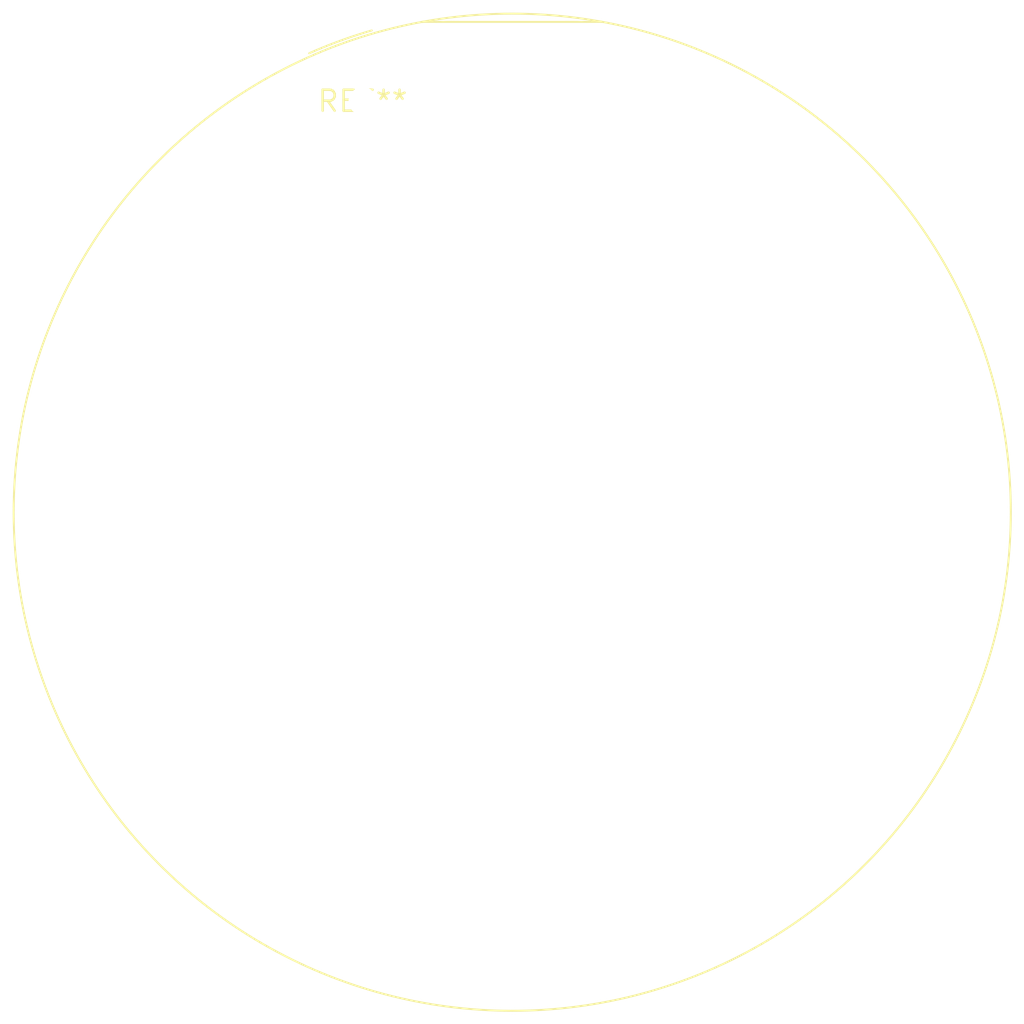
<source format=kicad_pcb>
(kicad_pcb (version 20240108) (generator pcbnew)
  (layers (0 "F.Cu" signal) (31 "B.Cu" signal) (34 "B.Paste" user) (35 "F.Paste" user) (36 "B.SilkS" user "B.Silkscreen") (37 "F.SilkS" user "F.Silkscreen") (38 "B.Mask" user) (39 "F.Mask" user) (44 "Edge.Cuts" user))
  (net 0 "")
  (footprint "L_CommonMode_TDK_B82767S4123N030" (layer "F.Cu") (at 0 0)
    (property "Reference" "REF**")
    (property "Value" "L_CommonMode_TDK_B82767S4123N030")
    (fp_line (start 3.6 -4.8) (end 14.5 -4.8) (layer "F.SilkS") (stroke (width 0.12)))
    (fp_arc (start -3.236466 -2.898145) (mid -1.365365 -3.652796) (end 0.551672 -4.281672) (layer "F.SilkS") (stroke (width 0.12)))
    (fp_circle (center 9.063534 24.901854) (end 39.263534 24.901854) (layer "F.SilkS") (stroke (width 0.12)) (fill none))
    (pad "1" thru_hole roundrect (at 0 0 20) (size 3.5 3.5) (drill 1.7) (layers *.Cu *.Mask) (remove_unused_layers))
    (pad "2" thru_hole circle (at -15.83832 33.965388 20) (size 3.5 3.5) (drill 1.7) (layers *.Cu *.Mask) (remove_unused_layers))
    (pad "3" thru_hole circle (at 18.127068 49.803708 20) (size 3.5 3.5) (drill 1.7) (layers *.Cu *.Mask) (remove_unused_layers))
    (pad "4" thru_hole circle (at 33.965388 15.83832 20) (size 3.5 3.5) (drill 1.7) (layers *.Cu *.Mask) (remove_unused_layers))
    (pad "5" thru_hole circle (at 2.159748 21.971371 357) (size 3.5 3.5) (drill 1.7) (layers *.Cu *.Mask) (remove_unused_layers))
    (pad "6" thru_hole circle (at 6.133051 31.80564 357) (size 3.5 3.5) (drill 1.7) (layers *.Cu *.Mask) (remove_unused_layers))
    (pad "7" thru_hole circle (at 15.96732 27.832337 357) (size 3.5 3.5) (drill 1.7) (layers *.Cu *.Mask) (remove_unused_layers))
    (pad "8" thru_hole circle (at 11.994017 17.998068 357) (size 3.5 3.5) (drill 1.7) (layers *.Cu *.Mask) (remove_unused_layers))
  )
)
</source>
